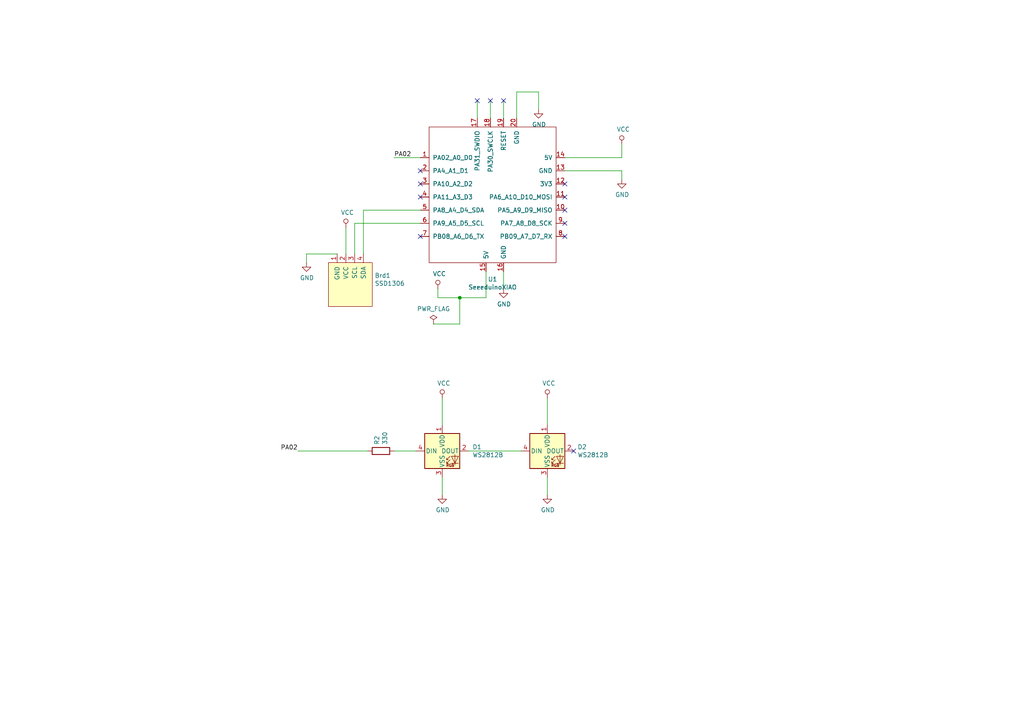
<source format=kicad_sch>
(kicad_sch (version 20231120) (generator "eeschema") (generator_version "8.0")
  (paper "A4")
  (lib_symbols
    (symbol "Device:R" (pin_numbers hide) (pin_names (offset 0))
      (property "Reference" "R" (at 2.032 0 90))
      (property "Value" "R" (at 0 0 90))
      (symbol "R_0_1"
        (rectangle (start -1.016 -2.54) (end 1.016 2.54) (stroke (width 0.254)))
      )
      (symbol "R_1_1"
        (pin passive line (at 0 3.81 270) (length 1.27) (name "~") (number "1"))
        (pin passive line (at 0 -3.81 90) (length 1.27) (name "~") (number "2"))
      )
    )
    (symbol "LED:WS2812B" (pin_names (offset 0.254))
      (property "Reference" "D" (at 5.08 5.715 0))
      (property "Value" "WS2812B" (at 1.27 -5.715 0))
      (symbol "WS2812B_0_0"
        (text "RGB" (at 2.286 -4.191 0) (effects (font (size 0.762 0.762))))
      )
      (symbol "WS2812B_0_1"
        (polyline (pts (xy 1.27 -3.556) (xy 1.778 -3.556)))
        (polyline (pts (xy 1.27 -2.54) (xy 1.778 -2.54)))
        (polyline (pts (xy 4.699 -3.556) (xy 2.667 -3.556)))
        (polyline (pts (xy 2.286 -2.54) (xy 1.27 -3.556) (xy 1.27 -3.048)))
        (polyline (pts (xy 2.286 -1.524) (xy 1.27 -2.54) (xy 1.27 -2.032)))
        (polyline (pts (xy 3.683 -1.016) (xy 3.683 -3.556) (xy 3.683 -4.064)))
        (polyline (pts (xy 4.699 -1.524) (xy 2.667 -1.524) (xy 3.683 -3.556) (xy 4.699 -1.524)))
        (rectangle (start 5.08 5.08) (end -5.08 -5.08) (stroke (width 0.254)) (fill (type background)))
      )
      (symbol "WS2812B_1_1"
        (pin power_in line (at 0 7.62 270) (length 2.54) (name "VDD") (number "1"))
        (pin output line (at 7.62 0 180) (length 2.54) (name "DOUT") (number "2"))
        (pin power_in line (at 0 -7.62 90) (length 2.54) (name "VSS") (number "3"))
        (pin input line (at -7.62 0 0) (length 2.54) (name "DIN") (number "4"))
      )
    )
    (symbol "gopher_pilot_xiao-rescue:GND-power" (power) (pin_names (offset 0))
      (property "Value" "power_GND" (at 0 -3.81 0))
      (symbol "GND-power_0_1"
        (polyline (pts (xy 0 0) (xy 0 -1.27) (xy 1.27 -1.27) (xy 0 -2.54) (xy -1.27 -1.27) (xy 0 -1.27)))
      )
      (symbol "GND-power_1_1"
        (pin power_in line (at 0 0 270) (length 0) hide (name "GND") (number "1"))
      )
    )
    (symbol "gopher_pilot_xiao-rescue:PWR_FLAG-power" (power) (pin_numbers hide) (pin_names (offset 0) hide)
      (property "Value" "power_PWR_FLAG" (at 0 3.81 0))
      (symbol "PWR_FLAG-power_0_0"
        (pin power_out line (at 0 0 90) (length 0) (name "pwr") (number "1"))
      )
      (symbol "PWR_FLAG-power_0_1"
        (polyline (pts (xy 0 0) (xy 0 1.27) (xy -1.016 1.905) (xy 0 2.54) (xy 1.016 1.905) (xy 0 1.27)))
      )
    )
    (symbol "gopher_pilot_xiao-rescue:SSD1306-SSD1306" (pin_names (offset 1.016))
      (property "Reference" "Brd" (at 0 -3.81 0))
      (property "Value" "SSD1306_SSD1306" (at 0 -1.27 0))
      (symbol "SSD1306-SSD1306_0_1"
        (rectangle (start -6.35 6.35) (end 6.35 -6.35) (fill (type background)))
      )
      (symbol "SSD1306-SSD1306_1_1"
        (pin input line (at -3.81 8.89 270) (length 2.54) (name "GND") (number "1"))
        (pin input line (at -1.27 8.89 270) (length 2.54) (name "VCC") (number "2"))
        (pin input line (at 1.27 8.89 270) (length 2.54) (name "SCL") (number "3"))
        (pin input line (at 3.81 8.89 270) (length 2.54) (name "SDA") (number "4"))
      )
    )
    (symbol "gopher_pilot_xiao-rescue:SeeeduinoXIAO-SeedXIAO" (pin_names (offset 1.016))
      (property "Reference" "U" (at -19.05 22.86 0))
      (property "Value" "SeedXIAO_SeeeduinoXIAO" (at -12.7 21.59 0))
      (symbol "SeeeduinoXIAO-SeedXIAO_0_1"
        (rectangle (start -19.05 20.32) (end 17.78 -19.05))
      )
      (symbol "SeeeduinoXIAO-SeedXIAO_1_1"
        (pin unspecified line (at -21.59 11.43 0) (length 2.54) (name "PA02_A0_D0") (number "1"))
        (pin unspecified line (at 20.32 -3.81 180) (length 2.54) (name "PA5_A9_D9_MISO") (number "10"))
        (pin unspecified line (at 20.32 0 180) (length 2.54) (name "PA6_A10_D10_MOSI") (number "11"))
        (pin unspecified line (at 20.32 3.81 180) (length 2.54) (name "3V3") (number "12"))
        (pin unspecified line (at 20.32 7.62 180) (length 2.54) (name "GND") (number "13"))
        (pin unspecified line (at 20.32 11.43 180) (length 2.54) (name "5V") (number "14"))
        (pin input line (at -2.54 -21.59 90) (length 2.54) (name "5V") (number "15"))
        (pin input line (at 2.54 -21.59 90) (length 2.54) (name "GND") (number "16"))
        (pin input line (at -5.08 22.86 270) (length 2.54) (name "PA31_SWDIO") (number "17"))
        (pin input line (at -1.27 22.86 270) (length 2.54) (name "PA30_SWCLK") (number "18"))
        (pin input line (at 2.54 22.86 270) (length 2.54) (name "RESET") (number "19"))
        (pin unspecified line (at -21.59 7.62 0) (length 2.54) (name "PA4_A1_D1") (number "2"))
        (pin input line (at 6.35 22.86 270) (length 2.54) (name "GND") (number "20"))
        (pin unspecified line (at -21.59 3.81 0) (length 2.54) (name "PA10_A2_D2") (number "3"))
        (pin unspecified line (at -21.59 0 0) (length 2.54) (name "PA11_A3_D3") (number "4"))
        (pin unspecified line (at -21.59 -3.81 0) (length 2.54) (name "PA8_A4_D4_SDA") (number "5"))
        (pin unspecified line (at -21.59 -7.62 0) (length 2.54) (name "PA9_A5_D5_SCL") (number "6"))
        (pin unspecified line (at -21.59 -11.43 0) (length 2.54) (name "PB08_A6_D6_TX") (number "7"))
        (pin unspecified line (at 20.32 -11.43 180) (length 2.54) (name "PB09_A7_D7_RX") (number "8"))
        (pin unspecified line (at 20.32 -7.62 180) (length 2.54) (name "PA7_A8_D8_SCK") (number "9"))
      )
    )
    (symbol "gopher_pilot_xiao-rescue:VCC-power" (power) (pin_names (offset 0))
      (property "Value" "power_VCC" (at 0 3.81 0))
      (symbol "VCC-power_0_1"
        (polyline (pts (xy 0 0) (xy 0 1.27)))
        (circle (center 0 1.905) (radius 0.635))
      )
      (symbol "VCC-power_1_1"
        (pin power_in line (at 0 0 90) (length 0) hide (name "VCC") (number "1"))
      )
    )
  )
  (junction (at 133.35 86.36))
  (no_connect (at 121.92 53.34))
  (no_connect (at 163.83 68.58))
  (no_connect (at 121.92 57.15))
  (no_connect (at 138.43 29.21))
  (no_connect (at 163.83 64.77))
  (no_connect (at 121.92 49.53))
  (no_connect (at 163.83 57.15))
  (no_connect (at 163.83 53.34))
  (no_connect (at 166.37 130.81))
  (no_connect (at 121.92 68.58))
  (no_connect (at 146.05 29.21))
  (no_connect (at 163.83 60.96))
  (no_connect (at 142.24 29.21))
  (wire (pts (xy 158.75 115.57) (xy 158.75 123.19)))
  (wire (pts (xy 121.92 45.72) (xy 114.3 45.72)))
  (wire (pts (xy 149.86 34.29) (xy 149.86 26.67)))
  (wire (pts (xy 146.05 78.74) (xy 146.05 83.82)))
  (wire (pts (xy 86.36 130.81) (xy 106.68 130.81)))
  (wire (pts (xy 156.21 26.67) (xy 156.21 31.75)))
  (wire (pts (xy 88.9 73.66) (xy 88.9 76.2)))
  (wire (pts (xy 133.35 86.36) (xy 140.97 86.36)))
  (wire (pts (xy 135.89 130.81) (xy 151.13 130.81)))
  (wire (pts (xy 180.34 49.53) (xy 180.34 52.07)))
  (wire (pts (xy 100.33 66.04) (xy 100.33 73.66)))
  (wire (pts (xy 140.97 86.36) (xy 140.97 78.74)))
  (wire (pts (xy 138.43 29.21) (xy 138.43 34.29)))
  (wire (pts (xy 133.35 93.98) (xy 133.35 86.36)))
  (wire (pts (xy 163.83 49.53) (xy 180.34 49.53)))
  (wire (pts (xy 128.27 138.43) (xy 128.27 143.51)))
  (wire (pts (xy 142.24 29.21) (xy 142.24 34.29)))
  (wire (pts (xy 114.3 130.81) (xy 120.65 130.81)))
  (wire (pts (xy 105.41 60.96) (xy 105.41 73.66)))
  (wire (pts (xy 127 83.82) (xy 127 86.36)))
  (wire (pts (xy 102.87 64.77) (xy 102.87 73.66)))
  (wire (pts (xy 163.83 45.72) (xy 180.34 45.72)))
  (wire (pts (xy 121.92 60.96) (xy 105.41 60.96)))
  (wire (pts (xy 127 86.36) (xy 133.35 86.36)))
  (wire (pts (xy 125.73 93.98) (xy 133.35 93.98)))
  (wire (pts (xy 149.86 26.67) (xy 156.21 26.67)))
  (wire (pts (xy 121.92 64.77) (xy 102.87 64.77)))
  (wire (pts (xy 88.9 73.66) (xy 97.79 73.66)))
  (wire (pts (xy 158.75 138.43) (xy 158.75 143.51)))
  (wire (pts (xy 180.34 45.72) (xy 180.34 41.91)))
  (wire (pts (xy 146.05 29.21) (xy 146.05 34.29)))
  (wire (pts (xy 128.27 115.57) (xy 128.27 123.19)))
  (label "PA02" (at 114.3 45.72 0))
  (label "PA02" (at 86.36 130.81 180))
  (symbol (lib_id "LED:WS2812B") (at 128.27 130.81 0) (unit 1)
    (property "Reference" "D1" (at 137.0076 129.6416 0) (effects (justify left)))
    (property "Value" "WS2812B" (at 137.0076 131.953 0) (effects (justify left)))
    (property "Footprint" "LED_SMD:LED_WS2812B_PLCC4_5.0x5.0mm_P3.2mm" (effects (hide yes)))
    (property "Datasheet" "https://cdn-shop.adafruit.com/datasheets/WS2812B.pdf" (effects (hide yes)))
  )
  (symbol (lib_id "LED:WS2812B") (at 158.75 130.81 0) (unit 1)
    (property "Reference" "D2" (at 167.4876 129.6416 0) (effects (justify left)))
    (property "Value" "WS2812B" (at 167.4876 131.953 0) (effects (justify left)))
    (property "Footprint" "LED_SMD:LED_WS2812B_PLCC4_5.0x5.0mm_P3.2mm" (effects (hide yes)))
    (property "Datasheet" "https://cdn-shop.adafruit.com/datasheets/WS2812B.pdf" (effects (hide yes)))
  )
  (symbol (lib_id "Device:R") (at 110.49 130.81 90) (unit 1)
    (property "Reference" "R2" (at 109.3216 129.032 0) (effects (justify left)))
    (property "Value" "330" (at 111.633 129.032 0) (effects (justify left)))
    (property "Footprint" "Resistor_SMD:R_0805_2012Metric" (effects (hide yes)))
  )
  (symbol (lib_id "gopher_pilot_xiao-rescue:VCC-power") (at 128.27 115.57 0) (unit 1)
    (property "Reference" "#PWR01" (effects (hide yes)))
    (property "Value" "VCC" (at 128.7018 111.1758 0))
  )
  (symbol (lib_id "gopher_pilot_xiao-rescue:VCC-power") (at 158.75 115.57 0) (unit 1)
    (property "Reference" "#PWR011" (effects (hide yes)))
    (property "Value" "VCC" (at 159.1818 111.1758 0))
  )
  (symbol (lib_id "gopher_pilot_xiao-rescue:GND-power") (at 128.27 143.51 0) (unit 1)
    (property "Reference" "#PWR08" (effects (hide yes)))
    (property "Value" "GND" (at 128.397 147.9042 0))
  )
  (symbol (lib_id "gopher_pilot_xiao-rescue:GND-power") (at 158.75 143.51 0) (unit 1)
    (property "Reference" "#PWR012" (effects (hide yes)))
    (property "Value" "GND" (at 158.877 147.9042 0))
  )
  (symbol (lib_id "gopher_pilot_xiao-rescue:SeeeduinoXIAO-SeedXIAO") (at 143.51 57.15 0) (unit 1)
    (property "Reference" "U1" (at 142.875 81.0006 0))
    (property "Value" "SeeeduinoXIAO" (at 142.875 83.312 0))
    (property "Footprint" "XIAO:Seeeduino XIAO-MOUDLE14P-2.54-21X17.8MM_PinSocket" (effects (hide yes)))
  )
  (symbol (lib_id "gopher_pilot_xiao-rescue:VCC-power") (at 127 83.82 0) (unit 1)
    (property "Reference" "#PWR02" (effects (hide yes)))
    (property "Value" "VCC" (at 127.4318 79.4258 0))
  )
  (symbol (lib_id "gopher_pilot_xiao-rescue:SSD1306-SSD1306") (at 101.6 82.55 0) (unit 1)
    (property "Reference" "Brd1" (at 108.6612 79.9084 0) (effects (justify left)))
    (property "Value" "SSD1306" (at 108.6612 82.2198 0) (effects (justify left)))
    (property "Footprint" "XIAO:128x64OLED" (effects (hide yes)))
  )
  (symbol (lib_id "gopher_pilot_xiao-rescue:GND-power") (at 146.05 83.82 0) (unit 1)
    (property "Reference" "#PWR03" (effects (hide yes)))
    (property "Value" "GND" (at 146.177 88.2142 0))
  )
  (symbol (lib_id "gopher_pilot_xiao-rescue:VCC-power") (at 180.34 41.91 0) (unit 1)
    (property "Reference" "#PWR0102" (effects (hide yes)))
    (property "Value" "VCC" (at 180.7718 37.5158 0))
  )
  (symbol (lib_id "gopher_pilot_xiao-rescue:GND-power") (at 180.34 52.07 0) (unit 1)
    (property "Reference" "#PWR0103" (effects (hide yes)))
    (property "Value" "GND" (at 180.467 56.4642 0))
  )
  (symbol (lib_id "gopher_pilot_xiao-rescue:GND-power") (at 88.9 76.2 0) (unit 1)
    (property "Reference" "#PWR0104" (effects (hide yes)))
    (property "Value" "GND" (at 89.027 80.5942 0))
  )
  (symbol (lib_id "gopher_pilot_xiao-rescue:VCC-power") (at 100.33 66.04 0) (unit 1)
    (property "Reference" "#PWR0105" (effects (hide yes)))
    (property "Value" "VCC" (at 100.7618 61.6458 0))
  )
  (symbol (lib_id "gopher_pilot_xiao-rescue:PWR_FLAG-power") (at 125.73 93.98 0) (unit 1)
    (property "Reference" "#FLG0101" (effects (hide yes)))
    (property "Value" "PWR_FLAG" (at 125.73 89.5858 0))
  )
  (symbol (lib_id "gopher_pilot_xiao-rescue:GND-power") (at 156.21 31.75 0) (unit 1)
    (property "Reference" "#PWR0101" (effects (hide yes)))
    (property "Value" "GND" (at 156.337 36.1442 0))
  )
)
</source>
